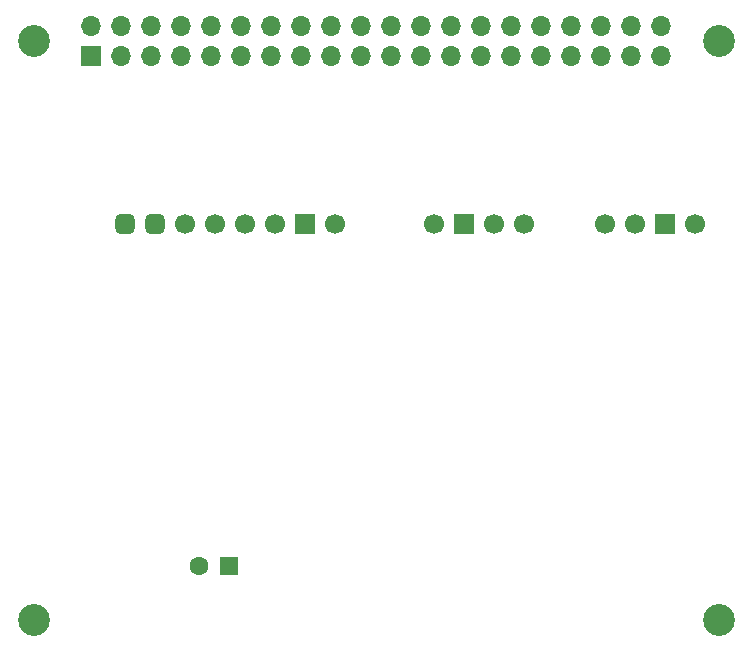
<source format=gbs>
G04 #@! TF.GenerationSoftware,KiCad,Pcbnew,9.0.1*
G04 #@! TF.CreationDate,2025-09-04T16:22:39-04:00*
G04 #@! TF.ProjectId,SensorBoxPython,53656e73-6f72-4426-9f78-507974686f6e,rev?*
G04 #@! TF.SameCoordinates,Original*
G04 #@! TF.FileFunction,Soldermask,Bot*
G04 #@! TF.FilePolarity,Negative*
%FSLAX46Y46*%
G04 Gerber Fmt 4.6, Leading zero omitted, Abs format (unit mm)*
G04 Created by KiCad (PCBNEW 9.0.1) date 2025-09-04 16:22:39*
%MOMM*%
%LPD*%
G01*
G04 APERTURE LIST*
G04 Aperture macros list*
%AMRoundRect*
0 Rectangle with rounded corners*
0 $1 Rounding radius*
0 $2 $3 $4 $5 $6 $7 $8 $9 X,Y pos of 4 corners*
0 Add a 4 corners polygon primitive as box body*
4,1,4,$2,$3,$4,$5,$6,$7,$8,$9,$2,$3,0*
0 Add four circle primitives for the rounded corners*
1,1,$1+$1,$2,$3*
1,1,$1+$1,$4,$5*
1,1,$1+$1,$6,$7*
1,1,$1+$1,$8,$9*
0 Add four rect primitives between the rounded corners*
20,1,$1+$1,$2,$3,$4,$5,0*
20,1,$1+$1,$4,$5,$6,$7,0*
20,1,$1+$1,$6,$7,$8,$9,0*
20,1,$1+$1,$8,$9,$2,$3,0*%
G04 Aperture macros list end*
%ADD10C,1.600000*%
%ADD11R,1.600000X1.600000*%
%ADD12C,1.700000*%
%ADD13R,1.700000X1.700000*%
%ADD14RoundRect,0.500000X-0.350000X0.350000X-0.350000X-0.350000X0.350000X-0.350000X0.350000X0.350000X0*%
%ADD15C,2.700000*%
%ADD16O,1.700000X1.700000*%
G04 APERTURE END LIST*
D10*
X117500000Y-92000000D03*
D11*
X120000000Y-92000000D03*
D12*
X129000000Y-63000000D03*
D13*
X126460000Y-63000000D03*
D12*
X123920000Y-63000000D03*
X121380000Y-63000000D03*
X118840000Y-63000000D03*
X116300000Y-63000000D03*
D14*
X113760000Y-63000000D03*
X111220000Y-63000000D03*
D15*
X161500000Y-47500000D03*
D12*
X145000000Y-63000000D03*
X142460000Y-63000000D03*
D13*
X139920000Y-63000000D03*
D12*
X137380000Y-63000000D03*
X159460000Y-63000000D03*
D13*
X156920000Y-63000000D03*
D12*
X154380000Y-63000000D03*
X151840000Y-63000000D03*
D15*
X103500000Y-96500000D03*
X103500000Y-47500000D03*
X161500000Y-96500000D03*
D13*
X108370000Y-48770000D03*
D16*
X108370000Y-46230000D03*
X110910000Y-48770000D03*
X110910000Y-46230000D03*
X113450000Y-48770000D03*
X113450000Y-46230000D03*
X115990000Y-48770000D03*
X115990000Y-46230000D03*
X118530000Y-48770000D03*
X118530000Y-46230000D03*
X121070000Y-48770000D03*
X121070000Y-46230000D03*
X123610000Y-48770000D03*
X123610000Y-46230000D03*
X126150000Y-48770000D03*
X126150000Y-46230000D03*
X128690000Y-48770000D03*
X128690000Y-46230000D03*
X131230000Y-48770000D03*
X131230000Y-46230000D03*
X133770000Y-48770000D03*
X133770000Y-46230000D03*
X136310000Y-48770000D03*
X136310000Y-46230000D03*
X138850000Y-48770000D03*
X138850000Y-46230000D03*
X141390000Y-48770000D03*
X141390000Y-46230000D03*
X143930000Y-48770000D03*
X143930000Y-46230000D03*
X146470000Y-48770000D03*
X146470000Y-46230000D03*
X149010000Y-48770000D03*
X149010000Y-46230000D03*
X151550000Y-48770000D03*
X151550000Y-46230000D03*
X154090000Y-48770000D03*
X154090000Y-46230000D03*
X156630000Y-48770000D03*
X156630000Y-46230000D03*
M02*

</source>
